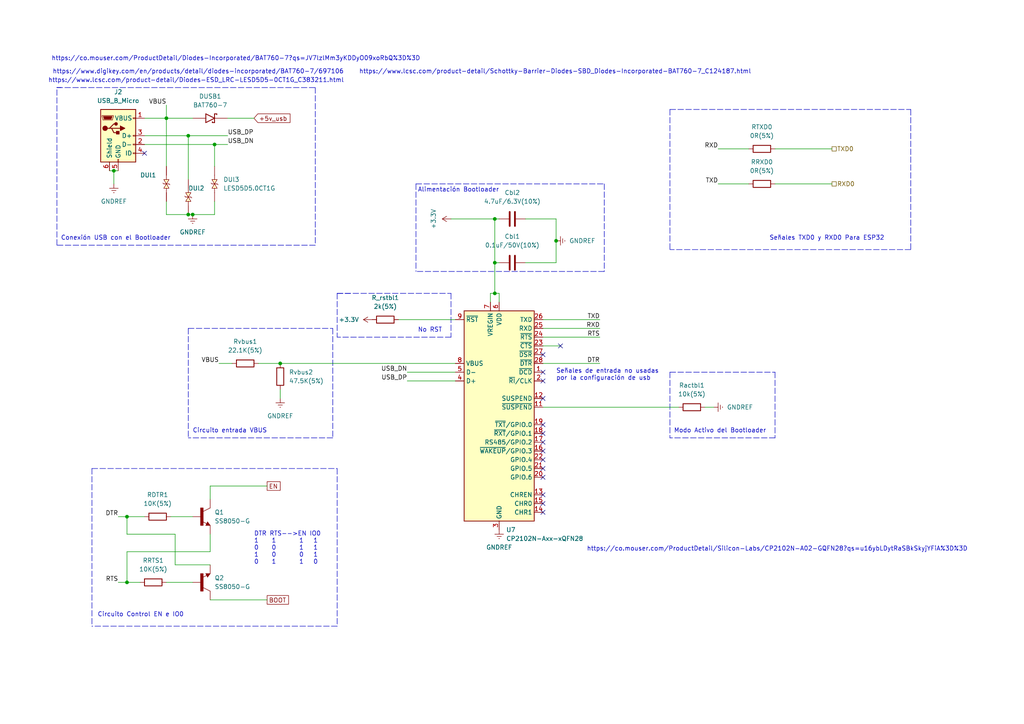
<source format=kicad_sch>
(kicad_sch (version 20211123) (generator eeschema)
  (paper "A4")
  (lib_symbols
    (symbol "BAT760-7:BAT760-7" (pin_numbers hide) (pin_names (offset 1.016) hide)
      (property "Reference" "D" (at -5.08 2.54 0))
      (property "Value" "BAT760-7" (at -5.08 -3.81 0))
      (symbol "BAT760-7_0_0"
        (polyline (pts (xy -2.54 0) (xy -1.27 0)) (stroke (width 0.1524)))
        (polyline (pts (xy -1.27 -1.27) (xy 1.27 0)) (stroke (width 0.254)))
        (polyline (pts (xy -1.27 0) (xy -1.27 -1.27)) (stroke (width 0.254)))
        (polyline (pts (xy -1.27 1.27) (xy -1.27 0)) (stroke (width 0.254)))
        (polyline (pts (xy 0.635 -1.016) (xy 0.635 -1.27)) (stroke (width 0.254)))
        (polyline (pts (xy 1.27 -1.27) (xy 0.635 -1.27)) (stroke (width 0.254)))
        (polyline (pts (xy 1.27 0) (xy -1.27 1.27)) (stroke (width 0.254)))
        (polyline (pts (xy 1.27 0) (xy 1.27 -1.27)) (stroke (width 0.254)))
        (polyline (pts (xy 1.27 1.27) (xy 1.27 0)) (stroke (width 0.254)))
        (polyline (pts (xy 1.905 1.27) (xy 1.27 1.27)) (stroke (width 0.254)))
        (polyline (pts (xy 1.905 1.27) (xy 1.905 1.016)) (stroke (width 0.254)))
        (polyline (pts (xy 2.54 0) (xy 1.27 0)) (stroke (width 0.1524)))
        (pin passive line (at -5.08 0 0) (length 2.54) (name "~") (number "A"))
        (pin passive line (at 5.08 0 180) (length 2.54) (name "~") (number "C"))
      )
    )
    (symbol "Connector:USB_B_Micro" (pin_names (offset 1.016))
      (property "Reference" "J" (at -5.08 11.43 0))
      (property "Value" "USB_B_Micro" (at -5.08 8.89 0))
      (symbol "USB_B_Micro_0_1"
        (rectangle (start -5.08 -7.62) (end 5.08 7.62) (stroke (width 0.254)) (fill (type background)))
        (circle (center -3.81 2.159) (radius 0.635) (stroke (width 0.254)) (fill (type outline)))
        (circle (center -0.635 3.429) (radius 0.381) (stroke (width 0.254)) (fill (type outline)))
        (rectangle (start -0.127 -7.62) (end 0.127 -6.858))
        (polyline (pts (xy -1.905 2.159) (xy 0.635 2.159)) (stroke (width 0.254)))
        (polyline (pts (xy -3.175 2.159) (xy -2.54 2.159) (xy -1.27 3.429) (xy -0.635 3.429)) (stroke (width 0.254)))
        (polyline (pts (xy -2.54 2.159) (xy -1.905 2.159) (xy -1.27 0.889) (xy 0 0.889)) (stroke (width 0.254)))
        (polyline (pts (xy 0.635 2.794) (xy 0.635 1.524) (xy 1.905 2.159) (xy 0.635 2.794)) (stroke (width 0.254)) (fill (type outline)))
        (polyline (pts (xy -4.318 5.588) (xy -1.778 5.588) (xy -2.032 4.826) (xy -4.064 4.826) (xy -4.318 5.588)) (fill (type outline)))
        (polyline (pts (xy -4.699 5.842) (xy -4.699 5.588) (xy -4.445 4.826) (xy -4.445 4.572) (xy -1.651 4.572) (xy -1.651 4.826) (xy -1.397 5.588) (xy -1.397 5.842) (xy -4.699 5.842)))
        (rectangle (start 0.254 1.27) (end -0.508 0.508) (stroke (width 0.254)) (fill (type outline)))
        (rectangle (start 5.08 -5.207) (end 4.318 -4.953))
        (rectangle (start 5.08 -2.667) (end 4.318 -2.413))
        (rectangle (start 5.08 -0.127) (end 4.318 0.127))
        (rectangle (start 5.08 4.953) (end 4.318 5.207))
      )
      (symbol "USB_B_Micro_1_1"
        (pin power_out line (at 7.62 5.08 180) (length 2.54) (name "VBUS") (number "1"))
        (pin bidirectional line (at 7.62 -2.54 180) (length 2.54) (name "D-") (number "2"))
        (pin bidirectional line (at 7.62 0 180) (length 2.54) (name "D+") (number "3"))
        (pin passive line (at 7.62 -5.08 180) (length 2.54) (name "ID") (number "4"))
        (pin power_out line (at 0 -10.16 90) (length 2.54) (name "GND") (number "5"))
        (pin passive line (at -2.54 -10.16 90) (length 2.54) (name "Shield") (number "6"))
      )
    )
    (symbol "Device:C" (pin_numbers hide) (pin_names (offset 0.254))
      (property "Reference" "C" (at 0.635 2.54 0))
      (property "Value" "C" (at 0.635 -2.54 0))
      (symbol "C_0_1"
        (polyline (pts (xy -2.032 -0.762) (xy 2.032 -0.762)) (stroke (width 0.508)))
        (polyline (pts (xy -2.032 0.762) (xy 2.032 0.762)) (stroke (width 0.508)))
      )
      (symbol "C_1_1"
        (pin passive line (at 0 3.81 270) (length 2.794) (name "~") (number "1"))
        (pin passive line (at 0 -3.81 90) (length 2.794) (name "~") (number "2"))
      )
    )
    (symbol "Device:R" (pin_numbers hide) (pin_names (offset 0))
      (property "Reference" "R" (at 2.032 0 90))
      (property "Value" "R" (at 0 0 90))
      (symbol "R_0_1"
        (rectangle (start -1.016 -2.54) (end 1.016 2.54) (stroke (width 0.254)))
      )
      (symbol "R_1_1"
        (pin passive line (at 0 3.81 270) (length 1.27) (name "~") (number "1"))
        (pin passive line (at 0 -3.81 90) (length 1.27) (name "~") (number "2"))
      )
    )
    (symbol "Interface_USB:CP2102N-Axx-xQFN28"
      (property "Reference" "U" (at -8.89 31.75 0))
      (property "Value" "CP2102N-Axx-xQFN28" (at 12.7 31.75 0))
      (symbol "CP2102N-Axx-xQFN28_0_1"
        (rectangle (start -10.16 30.48) (end 10.16 -30.48) (stroke (width 0.254)) (fill (type background)))
      )
      (symbol "CP2102N-Axx-xQFN28_1_1"
        (pin input line (at 12.7 12.7 180) (length 2.54) (name "~{DCD}") (number "1"))
        (pin no_connect line (at -10.16 -27.94 0) (length 2.54) hide (name "NC") (number "10"))
        (pin output line (at 12.7 2.54 180) (length 2.54) (name "~{SUSPEND}") (number "11"))
        (pin output line (at 12.7 5.08 180) (length 2.54) (name "SUSPEND") (number "12"))
        (pin output line (at 12.7 -22.86 180) (length 2.54) (name "CHREN") (number "13"))
        (pin output line (at 12.7 -27.94 180) (length 2.54) (name "CHR1") (number "14"))
        (pin output line (at 12.7 -25.4 180) (length 2.54) (name "CHR0") (number "15"))
        (pin bidirectional line (at 12.7 -10.16 180) (length 2.54) (name "~{WAKEUP}/GPIO.3") (number "16"))
        (pin bidirectional line (at 12.7 -7.62 180) (length 2.54) (name "RS485/GPIO.2") (number "17"))
        (pin bidirectional line (at 12.7 -5.08 180) (length 2.54) (name "~{RXT}/GPIO.1") (number "18"))
        (pin bidirectional line (at 12.7 -2.54 180) (length 2.54) (name "~{TXT}/GPIO.0") (number "19"))
        (pin bidirectional line (at 12.7 10.16 180) (length 2.54) (name "~{RI}/CLK") (number "2"))
        (pin bidirectional line (at 12.7 -17.78 180) (length 2.54) (name "GPIO.6") (number "20"))
        (pin bidirectional line (at 12.7 -15.24 180) (length 2.54) (name "GPIO.5") (number "21"))
        (pin bidirectional line (at 12.7 -12.7 180) (length 2.54) (name "GPIO.4") (number "22"))
        (pin input line (at 12.7 20.32 180) (length 2.54) (name "~{CTS}") (number "23"))
        (pin output line (at 12.7 22.86 180) (length 2.54) (name "~{RTS}") (number "24"))
        (pin input line (at 12.7 25.4 180) (length 2.54) (name "RXD") (number "25"))
        (pin output line (at 12.7 27.94 180) (length 2.54) (name "TXD") (number "26"))
        (pin input line (at 12.7 17.78 180) (length 2.54) (name "~{DSR}") (number "27"))
        (pin output line (at 12.7 15.24 180) (length 2.54) (name "~{DTR}") (number "28"))
        (pin passive line (at 0 -33.02 90) (length 2.54) hide (name "GND") (number "29"))
        (pin power_in line (at 0 -33.02 90) (length 2.54) (name "GND") (number "3"))
        (pin bidirectional line (at -12.7 10.16 0) (length 2.54) (name "D+") (number "4"))
        (pin bidirectional line (at -12.7 12.7 0) (length 2.54) (name "D-") (number "5"))
        (pin power_in line (at 0 33.02 270) (length 2.54) (name "VDD") (number "6"))
        (pin power_in line (at -2.54 33.02 270) (length 2.54) (name "VREGIN") (number "7"))
        (pin input line (at -12.7 15.24 0) (length 2.54) (name "VBUS") (number "8"))
        (pin input line (at -12.7 27.94 0) (length 2.54) (name "~{RST}") (number "9"))
      )
    )
    (symbol "LESD5D5.0CT1G:LESD5D5.0CT1G" (pin_numbers hide) (pin_names (offset 1.016) hide)
      (property "Reference" "D" (at -5.08 2.54 0))
      (property "Value" "LESD5D5.0CT1G" (at -5.08 -5.08 0))
      (symbol "LESD5D5.0CT1G_0_0"
        (polyline (pts (xy -1.27 0) (xy -2.54 0)) (stroke (width 0.1524)))
        (polyline (pts (xy 0 -0.762) (xy -0.254 -1.016)) (stroke (width 0.1524)))
        (polyline (pts (xy 0 -0.762) (xy 0 0.762)) (stroke (width 0.1524)))
        (polyline (pts (xy 0 0.762) (xy 0.254 1.016)) (stroke (width 0.1524)))
        (polyline (pts (xy 1.27 0) (xy 2.54 0)) (stroke (width 0.1524)))
        (polyline (pts (xy 0 0) (xy -1.27 -0.762) (xy -1.27 0.762) (xy 0 0)) (stroke (width 0.1524)) (fill (type background)))
        (polyline (pts (xy 0 0) (xy 1.27 0.762) (xy 1.27 -0.762) (xy 0 0)) (stroke (width 0.1524)) (fill (type background)))
        (pin passive line (at -5.08 0 0) (length 2.54) (name "~") (number "1"))
        (pin passive line (at 5.08 0 180) (length 2.54) (name "~") (number "2"))
      )
    )
    (symbol "SS8050-G:SS8050-G" (pin_numbers hide) (pin_names (offset 1.016) hide)
      (property "Reference" "Q" (at -10.16 7.62 0))
      (property "Value" "SS8050-G" (at -10.16 -7.62 0))
      (symbol "SS8050-G_0_0"
        (rectangle (start -0.254 -2.54) (end 0.508 2.54) (fill (type outline)))
        (polyline (pts (xy 1.27 -2.54) (xy 1.778 -1.524)) (stroke (width 0.1524)))
        (polyline (pts (xy 1.524 -2.413) (xy 2.286 -2.413)) (stroke (width 0.254)))
        (polyline (pts (xy 1.524 -2.286) (xy 1.905 -2.286)) (stroke (width 0.254)))
        (polyline (pts (xy 1.5494 -2.032) (xy 0.3048 -1.4224)) (stroke (width 0.1524)))
        (polyline (pts (xy 1.778 -1.778) (xy 1.524 -2.286)) (stroke (width 0.254)))
        (polyline (pts (xy 1.778 -1.524) (xy 2.54 -2.54)) (stroke (width 0.1524)))
        (polyline (pts (xy 1.905 -2.286) (xy 1.778 -2.032)) (stroke (width 0.254)))
        (polyline (pts (xy 2.286 -2.413) (xy 1.778 -1.778)) (stroke (width 0.254)))
        (polyline (pts (xy 2.54 -2.54) (xy 1.27 -2.54)) (stroke (width 0.1524)))
        (polyline (pts (xy 2.54 2.54) (xy 0.508 1.524)) (stroke (width 0.1524)))
        (pin passive line (at -2.54 0 0) (length 2.54) (name "~") (number "1"))
        (pin passive line (at 2.54 -5.08 90) (length 2.54) (name "~") (number "2"))
        (pin passive line (at 2.54 5.08 270) (length 2.54) (name "~") (number "3"))
      )
    )
    (symbol "power:+3.3V" (power) (pin_names (offset 0))
      (property "Value" "+3.3V" (at 0 3.556 0))
      (symbol "+3.3V_0_1"
        (polyline (pts (xy -0.762 1.27) (xy 0 2.54)))
        (polyline (pts (xy 0 0) (xy 0 2.54)))
        (polyline (pts (xy 0 2.54) (xy 0.762 1.27)))
      )
      (symbol "+3.3V_1_1"
        (pin power_in line (at 0 0 90) (length 0) hide (name "+3.3V") (number "1"))
      )
    )
    (symbol "power:GNDREF" (power) (pin_names (offset 0))
      (property "Value" "GNDREF" (at 0 -3.81 0))
      (symbol "GNDREF_0_1"
        (polyline (pts (xy -0.635 -1.905) (xy 0.635 -1.905)))
        (polyline (pts (xy -0.127 -2.54) (xy 0.127 -2.54)))
        (polyline (pts (xy 0 -1.27) (xy 0 0)))
        (polyline (pts (xy 1.27 -1.27) (xy -1.27 -1.27)))
      )
      (symbol "GNDREF_1_1"
        (pin power_in line (at 0 0 270) (length 0) hide (name "GNDREF") (number "1"))
      )
    )
  )
  (junction (at 54.61 39.37))
  (junction (at 62.23 41.91))
  (junction (at 48.26 34.29))
  (junction (at 55.88 62.23))
  (junction (at 54.61 62.23))
  (junction (at 143.51 85.09))
  (junction (at 81.28 105.41))
  (junction (at 36.83 149.86))
  (junction (at 143.51 63.5))
  (junction (at 161.29 69.85))
  (junction (at 36.83 168.91))
  (junction (at 143.51 76.2))
  (junction (at 33.02 49.53))
  (no_connect (at 157.48 115.57))
  (no_connect (at 41.91 44.45))
  (no_connect (at 157.48 110.49))
  (no_connect (at 157.48 107.95))
  (no_connect (at 162.56 100.33))
  (no_connect (at 157.48 148.59))
  (no_connect (at 157.48 138.43))
  (no_connect (at 157.48 143.51))
  (no_connect (at 157.48 146.05))
  (no_connect (at 157.48 135.89))
  (no_connect (at 157.48 102.87))
  (no_connect (at 157.48 125.73))
  (no_connect (at 157.48 123.19))
  (no_connect (at 157.48 130.81))
  (no_connect (at 157.48 133.35))
  (no_connect (at 157.48 128.27))
  (wire (pts (xy 74.93 105.41) (xy 81.28 105.41)))
  (wire (pts (xy 157.48 105.41) (xy 173.99 105.41)))
  (wire (pts (xy 41.91 41.91) (xy 62.23 41.91)))
  (polyline (pts (xy 91.44 25.4) (xy 91.44 71.12)))
  (polyline (pts (xy 175.26 53.34) (xy 175.26 78.74)))
  (wire (pts (xy 157.48 97.79) (xy 173.99 97.79)))
  (wire (pts (xy 54.61 39.37) (xy 66.04 39.37)))
  (wire (pts (xy 41.91 39.37) (xy 54.61 39.37)))
  (wire (pts (xy 48.26 30.48) (xy 48.26 34.29)))
  (wire (pts (xy 36.83 160.02) (xy 60.96 160.02)))
  (wire (pts (xy 208.28 43.18) (xy 217.17 43.18)))
  (wire (pts (xy 118.11 110.49) (xy 132.08 110.49)))
  (polyline (pts (xy 97.79 135.89) (xy 97.79 181.61)))
  (wire (pts (xy 60.96 144.78) (xy 60.96 140.97)))
  (wire (pts (xy 48.26 48.26) (xy 48.26 34.29)))
  (wire (pts (xy 33.02 49.53) (xy 34.29 49.53)))
  (wire (pts (xy 143.51 85.09) (xy 143.51 76.2)))
  (polyline (pts (xy 54.61 95.25) (xy 96.52 95.25)))
  (wire (pts (xy 161.29 63.5) (xy 152.4 63.5)))
  (polyline (pts (xy 194.31 31.75) (xy 264.16 31.75)))
  (wire (pts (xy 60.96 154.94) (xy 60.96 160.02)))
  (wire (pts (xy 157.48 118.11) (xy 196.85 118.11)))
  (wire (pts (xy 55.88 62.23) (xy 62.23 62.23)))
  (wire (pts (xy 31.75 49.53) (xy 33.02 49.53)))
  (wire (pts (xy 157.48 100.33) (xy 162.56 100.33)))
  (wire (pts (xy 81.28 105.41) (xy 132.08 105.41)))
  (wire (pts (xy 54.61 62.23) (xy 48.26 62.23)))
  (wire (pts (xy 36.83 168.91) (xy 36.83 160.02)))
  (wire (pts (xy 34.29 168.91) (xy 36.83 168.91)))
  (wire (pts (xy 49.53 149.86) (xy 55.88 149.86)))
  (wire (pts (xy 41.91 34.29) (xy 48.26 34.29)))
  (wire (pts (xy 66.04 34.29) (xy 73.66 34.29)))
  (wire (pts (xy 157.48 92.71) (xy 173.99 92.71)))
  (polyline (pts (xy 97.79 181.61) (xy 26.67 181.61)))
  (wire (pts (xy 36.83 149.86) (xy 34.29 149.86)))
  (wire (pts (xy 144.78 85.09) (xy 144.78 87.63)))
  (wire (pts (xy 115.57 92.71) (xy 132.08 92.71)))
  (wire (pts (xy 50.8 163.83) (xy 50.8 154.94)))
  (polyline (pts (xy 264.16 72.39) (xy 194.31 72.39)))
  (polyline (pts (xy 97.79 85.09) (xy 97.79 97.79)))
  (wire (pts (xy 143.51 63.5) (xy 144.78 63.5)))
  (wire (pts (xy 143.51 76.2) (xy 144.78 76.2)))
  (polyline (pts (xy 130.81 97.79) (xy 97.79 97.79)))
  (polyline (pts (xy 175.26 78.74) (xy 120.65 78.74)))
  (wire (pts (xy 224.79 43.18) (xy 241.3 43.18)))
  (polyline (pts (xy 194.31 107.95) (xy 194.31 127)))
  (polyline (pts (xy 224.79 107.95) (xy 224.79 127)))
  (wire (pts (xy 60.96 163.83) (xy 50.8 163.83)))
  (wire (pts (xy 142.24 85.09) (xy 143.51 85.09)))
  (wire (pts (xy 143.51 85.09) (xy 144.78 85.09)))
  (wire (pts (xy 130.81 63.5) (xy 143.51 63.5)))
  (polyline (pts (xy 264.16 31.75) (xy 264.16 72.39)))
  (polyline (pts (xy 97.79 85.09) (xy 101.6 85.09)))
  (wire (pts (xy 60.96 173.99) (xy 77.47 173.99)))
  (polyline (pts (xy 26.67 135.89) (xy 26.67 181.61)))
  (wire (pts (xy 54.61 39.37) (xy 54.61 52.07)))
  (wire (pts (xy 48.26 62.23) (xy 48.26 58.42)))
  (polyline (pts (xy 96.52 127) (xy 54.61 127)))
  (polyline (pts (xy 194.31 107.95) (xy 224.79 107.95)))
  (polyline (pts (xy 120.65 53.34) (xy 175.26 53.34)))
  (polyline (pts (xy 120.65 53.34) (xy 120.65 78.74)))
  (wire (pts (xy 48.26 34.29) (xy 55.88 34.29)))
  (wire (pts (xy 152.4 76.2) (xy 161.29 76.2)))
  (wire (pts (xy 36.83 154.94) (xy 36.83 149.86)))
  (wire (pts (xy 62.23 41.91) (xy 66.04 41.91)))
  (polyline (pts (xy 16.51 71.12) (xy 16.51 25.4)))
  (wire (pts (xy 62.23 58.42) (xy 62.23 62.23)))
  (wire (pts (xy 36.83 168.91) (xy 40.64 168.91)))
  (polyline (pts (xy 26.67 135.89) (xy 97.79 135.89)))
  (wire (pts (xy 118.11 107.95) (xy 132.08 107.95)))
  (polyline (pts (xy 130.81 85.09) (xy 130.81 97.79)))
  (wire (pts (xy 48.26 168.91) (xy 55.88 168.91)))
  (wire (pts (xy 55.88 62.23) (xy 54.61 62.23)))
  (polyline (pts (xy 91.44 71.12) (xy 16.51 71.12)))
  (wire (pts (xy 50.8 154.94) (xy 36.83 154.94)))
  (polyline (pts (xy 16.51 25.4) (xy 91.44 25.4)))
  (polyline (pts (xy 16.51 25.4) (xy 17.78 25.4)))
  (wire (pts (xy 33.02 53.34) (xy 33.02 49.53)))
  (wire (pts (xy 161.29 69.85) (xy 161.29 63.5)))
  (wire (pts (xy 204.47 118.11) (xy 207.01 118.11)))
  (polyline (pts (xy 224.79 127) (xy 194.31 127)))
  (wire (pts (xy 161.29 76.2) (xy 161.29 69.85)))
  (wire (pts (xy 36.83 149.86) (xy 41.91 149.86)))
  (wire (pts (xy 208.28 53.34) (xy 217.17 53.34)))
  (wire (pts (xy 60.96 140.97) (xy 77.47 140.97)))
  (polyline (pts (xy 194.31 31.75) (xy 194.31 72.39)))
  (polyline (pts (xy 54.61 95.25) (xy 54.61 127)))
  (wire (pts (xy 157.48 95.25) (xy 173.99 95.25)))
  (wire (pts (xy 63.5 105.41) (xy 67.31 105.41)))
  (wire (pts (xy 142.24 87.63) (xy 142.24 85.09)))
  (wire (pts (xy 81.28 113.03) (xy 81.28 115.57)))
  (polyline (pts (xy 96.52 95.25) (xy 96.52 127)))
  (wire (pts (xy 224.79 53.34) (xy 241.3 53.34)))
  (wire (pts (xy 62.23 41.91) (xy 62.23 48.26)))
  (polyline (pts (xy 97.79 85.09) (xy 130.81 85.09)))
  (wire (pts (xy 143.51 76.2) (xy 143.51 63.5)))
  (text "Señales TXD0 y RXD0 Para ESP32\n" (at 256.54 69.85 180) (effects (font (size 1.27 1.27)) (justify right bottom)))
  (text "https://www.lcsc.com/product-detail/Diodes-ESD_LRC-LESD5D5-0CT1G_C383211.html" (at 13.97 24.13 0) (effects (font (size 1.27 1.27)) (justify left bottom)))
  (text "Señales de entrada no usadas\npor la configuración de usb\n" (at 161.29 110.49 0) (effects (font (size 1.27 1.27)) (justify left bottom)))
  (text "https://www.lcsc.com/product-detail/Schottky-Barrier-Diodes-SBD_Diodes-Incorporated-BAT760-7_C124187.html" (at 104.14 21.59 0) (effects (font (size 1.27 1.27)) (justify left bottom)))
  (text "Modo Activo del Bootloader\n" (at 222.25 125.73 180) (effects (font (size 1.27 1.27)) (justify right bottom)))
  (text "Alimentación Bootloader\n" (at 144.78 55.88 180) (effects (font (size 1.27 1.27)) (justify right bottom)))
  (text "https://co.mouser.com/ProductDetail/Silicon-Labs/CP2102N-A02-GQFN28?qs=u16ybLDytRaSBkSkyjYFiA%3D%3D\n" (at 170.18 160.02 0) (effects (font (size 1.27 1.27)) (justify left bottom)))
  (text "https://co.mouser.com/ProductDetail/Diodes-Incorporated/BAT760-7?qs=JV7lzlMm3yKDDyO09xoRbQ%3D%3D" (at 121.92 17.78 0) (effects (font (size 1.27 1.27)) (justify right bottom)))
  (text "https://www.digikey.com/en/products/detail/diodes-incorporated/BAT760-7/697106" (at 15.24 21.59 0) (effects (font (size 1.27 1.27)) (justify left bottom)))
  (text "No RST\n" (at 128.27 96.52 180) (effects (font (size 1.27 1.27)) (justify right bottom)))
  (text "\nDTR RTS-->EN IO0\n1    1       1   1\n0    0       1   1\n1    0       0   1\n0    1       1   0" (at 73.66 163.83 0) (effects (font (size 1.27 1.27)) (justify left bottom)))
  (text "Circuito entrada VBUS\n" (at 77.47 125.73 180) (effects (font (size 1.27 1.27)) (justify right bottom)))
  (text "Conexión USB con el Bootloader\n" (at 49.53 69.85 180) (effects (font (size 1.27 1.27)) (justify right bottom)))
  (text "Circuito Control EN e IO0\n" (at 53.34 179.07 180) (effects (font (size 1.27 1.27)) (justify right bottom)))
  (label "DTR" (at 173.99 105.41 180))
  (label "RXD" (at 208.28 43.18 180))
  (label "DTR" (at 34.29 149.86 180))
  (label "RTS" (at 173.99 97.79 180))
  (label "VBUS" (at 48.26 30.48 180))
  (label "TXD" (at 208.28 53.34 180))
  (label "TXD" (at 173.99 92.71 180))
  (label "VBUS" (at 63.5 105.41 180))
  (label "USB_DN" (at 66.04 41.91 0))
  (label "USB_DP" (at 118.11 110.49 180))
  (label "USB_DN" (at 118.11 107.95 180))
  (label "USB_DP" (at 66.04 39.37 0))
  (label "RTS" (at 34.29 168.91 180))
  (label "RXD" (at 173.99 95.25 180))
  (global_label "+5v_usb" (shape input) (at 73.66 34.29 0) (property "Intersheet References" "${INTERSHEET_REFS}" (effects hide)))
  (global_label "EN" (shape passive) (at 77.47 140.97 0) (property "Intersheet References" "${INTERSHEET_REFS}" (effects hide)))
  (global_label "BOOT" (shape passive) (at 77.47 173.99 0) (property "Intersheet References" "${INTERSHEET_REFS}" (effects hide)))
  (hierarchical_label "RXD0" (shape passive) (at 241.3 53.34 0))
  (hierarchical_label "TXD0" (shape passive) (at 241.3 43.18 0))
  (symbol (lib_id "Device:R") (at 44.45 168.91 90) (unit 1)
    (property "Reference" "RRTS1" (at 44.45 162.56 90))
    (property "Value" "10K(5%)" (at 44.45 165.1 90))
    (property "Footprint" "Resistor_SMD:R_0805_2012Metric_Pad1.20x1.40mm_HandSolder" (effects hide))
  )
  (symbol (lib_id "Device:R") (at 200.66 118.11 90) (unit 1)
    (property "Reference" "Ractbl1" (at 200.66 111.76 90))
    (property "Value" "10k(5%)" (at 200.66 114.3 90))
    (property "Footprint" "Resistor_SMD:R_0805_2012Metric_Pad1.20x1.40mm_HandSolder" (effects hide))
  )
  (symbol (lib_id "Connector:USB_B_Micro") (at 34.29 39.37 0) (unit 1)
    (property "Reference" "J2" (at 34.29 26.67 0))
    (property "Value" "USB_B_Micro" (at 34.29 29.21 0))
    (property "Footprint" "Connector_USB:USB_Micro-B_Wuerth_629105150521" (effects hide))
  )
  (symbol (lib_id "Device:R") (at 71.12 105.41 90) (unit 1)
    (property "Reference" "Rvbus1" (at 71.12 99.06 90))
    (property "Value" "22.1K(5%)" (at 71.12 101.6 90))
    (property "Footprint" "Resistor_SMD:R_0805_2012Metric_Pad1.20x1.40mm_HandSolder" (effects hide))
  )
  (symbol (lib_id "power:GNDREF") (at 81.28 115.57 0) (unit 1)
    (property "Reference" "#PWR0130" (effects hide))
    (property "Value" "GNDREF" (at 81.28 120.65 0))
  )
  (symbol (lib_id "SS8050-G:SS8050-G") (at 58.42 149.86 0) (unit 1)
    (property "Reference" "Q1" (at 62.23 148.5899 0) (effects (justify left)))
    (property "Value" "SS8050-G" (at 62.23 151.1299 0) (effects (justify left)))
    (property "Footprint" "SS8050-G:TRANS_SS8050-G" (effects hide))
    (property "PARTREV" "A" (effects hide))
    (property "STANDARD" "Manufacturer Recommendations" (effects hide))
    (property "MAXIMUM_PACKAGE_HEIGHT" "1.05 mm" (effects hide))
    (property "MANUFACTURER" "Comchip" (effects hide))
  )
  (symbol (lib_id "LESD5D5.0CT1G:LESD5D5.0CT1G") (at 62.23 53.34 90) (unit 1)
    (property "Reference" "DUl3" (at 64.77 52.0699 90) (effects (justify right)))
    (property "Value" "LESD5D5.0CT1G" (at 64.77 54.6099 90) (effects (justify right)))
    (property "Footprint" "LESD5D5:TVS_LESD5D5.0CT1G" (effects hide))
    (property "MANUFACTURER" "LRC" (effects hide))
    (property "MAXIMUM_PACKAGE_HEIGHT" "0.7 mm" (effects hide))
    (property "STANDARD" "Manufacturer Recommendations" (effects hide))
    (property "PARTREV" "O" (effects hide))
  )
  (symbol (lib_id "power:+3.3V") (at 107.95 92.71 90) (unit 1)
    (property "Reference" "#PWR0134" (effects hide))
    (property "Value" "+3.3V" (at 104.14 92.7099 90) (effects (justify left)))
  )
  (symbol (lib_id "power:GNDREF") (at 207.01 118.11 90) (unit 1)
    (property "Reference" "#PWR0135" (effects hide))
    (property "Value" "GNDREF" (at 210.82 118.1099 90) (effects (justify right)))
  )
  (symbol (lib_id "power:+3.3V") (at 130.81 63.5 90) (unit 1)
    (property "Reference" "#PWR0133" (effects hide))
    (property "Value" "+3.3V" (at 125.73 63.5 0))
  )
  (symbol (lib_id "SS8050-G:SS8050-G") (at 58.42 168.91 0) (mirror x) (unit 1)
    (property "Reference" "Q2" (at 62.23 167.6399 0) (effects (justify left)))
    (property "Value" "SS8050-G" (at 62.23 170.1799 0) (effects (justify left)))
    (property "Footprint" "SS8050-G:TRANS_SS8050-G" (effects hide))
    (property "PARTREV" "A" (effects hide))
    (property "STANDARD" "Manufacturer Recommendations" (effects hide))
    (property "MAXIMUM_PACKAGE_HEIGHT" "1.05 mm" (effects hide))
    (property "MANUFACTURER" "Comchip" (effects hide))
  )
  (symbol (lib_id "Device:R") (at 220.98 43.18 90) (unit 1)
    (property "Reference" "RTXD0" (at 220.98 36.83 90))
    (property "Value" "0R(5%)" (at 220.98 39.37 90))
    (property "Footprint" "Resistor_SMD:R_0805_2012Metric_Pad1.20x1.40mm_HandSolder" (effects hide))
  )
  (symbol (lib_id "power:GNDREF") (at 55.88 62.23 0) (unit 1)
    (property "Reference" "#PWR0137" (effects hide))
    (property "Value" "GNDREF" (at 55.88 67.31 0))
  )
  (symbol (lib_id "Device:C") (at 148.59 76.2 90) (unit 1)
    (property "Reference" "Cbl1" (at 148.59 68.58 90))
    (property "Value" "0.1uF/50V(10%)" (at 148.59 71.12 90))
    (property "Footprint" "Capacitor_SMD:C_0805_2012Metric_Pad1.18x1.45mm_HandSolder" (effects hide))
  )
  (symbol (lib_id "Device:C") (at 148.59 63.5 270) (unit 1)
    (property "Reference" "Cbl2" (at 148.59 55.88 90))
    (property "Value" "4.7uF/6.3V(10%)" (at 148.59 58.42 90))
    (property "Footprint" "Capacitor_SMD:C_0805_2012Metric_Pad1.18x1.45mm_HandSolder" (effects hide))
  )
  (symbol (lib_id "power:GNDREF") (at 144.78 153.67 0) (unit 1)
    (property "Reference" "#PWR0131" (effects hide))
    (property "Value" "GNDREF" (at 144.78 158.75 0))
  )
  (symbol (lib_id "Device:R") (at 81.28 109.22 0) (unit 1)
    (property "Reference" "Rvbus2" (at 83.82 107.9499 0) (effects (justify left)))
    (property "Value" "47.5K(5%)" (at 83.82 110.4899 0) (effects (justify left)))
    (property "Footprint" "Resistor_SMD:R_0805_2012Metric_Pad1.20x1.40mm_HandSolder" (effects hide))
  )
  (symbol (lib_id "Device:R") (at 220.98 53.34 90) (unit 1)
    (property "Reference" "RRXD0" (at 220.98 46.99 90))
    (property "Value" "0R(5%)" (at 220.98 49.53 90))
    (property "Footprint" "Resistor_SMD:R_0805_2012Metric_Pad1.20x1.40mm_HandSolder" (effects hide))
  )
  (symbol (lib_id "Device:R") (at 111.76 92.71 90) (unit 1)
    (property "Reference" "R_rstbl1" (at 111.76 86.36 90))
    (property "Value" "2k(5%)" (at 111.76 88.9 90))
    (property "Footprint" "Resistor_SMD:R_0805_2012Metric_Pad1.20x1.40mm_HandSolder" (effects hide))
  )
  (symbol (lib_id "Device:R") (at 45.72 149.86 90) (unit 1)
    (property "Reference" "RDTR1" (at 45.72 143.51 90))
    (property "Value" "10K(5%)" (at 45.72 146.05 90))
    (property "Footprint" "Resistor_SMD:R_0805_2012Metric_Pad1.20x1.40mm_HandSolder" (effects hide))
  )
  (symbol (lib_id "power:GNDREF") (at 33.02 53.34 0) (unit 1)
    (property "Reference" "#PWR0136" (effects hide))
    (property "Value" "GNDREF" (at 33.02 58.42 0))
  )
  (symbol (lib_id "LESD5D5.0CT1G:LESD5D5.0CT1G") (at 54.61 57.15 90) (unit 1)
    (property "Reference" "DUl2" (at 54.61 54.61 90) (effects (justify right)))
    (property "Value" "LESD5D5.0CT1G" (effects hide))
    (property "Footprint" "LESD5D5:TVS_LESD5D5.0CT1G" (effects hide))
    (property "MANUFACTURER" "LRC" (effects hide))
    (property "MAXIMUM_PACKAGE_HEIGHT" "0.7 mm" (effects hide))
    (property "STANDARD" "Manufacturer Recommendations" (effects hide))
    (property "PARTREV" "O" (effects hide))
  )
  (symbol (lib_id "Interface_USB:CP2102N-Axx-xQFN28") (at 144.78 120.65 0) (unit 1)
    (property "Reference" "U7" (at 146.7994 153.67 0) (effects (justify left)))
    (property "Value" "CP2102N-Axx-xQFN28" (at 146.7994 156.21 0) (effects (justify left)))
    (property "Footprint" "Package_DFN_QFN:QFN-28-1EP_5x5mm_P0.5mm_EP3.35x3.35mm" (effects hide))
    (property "Datasheet" "https://www.silabs.com/documents/public/data-sheets/cp2102n-datasheet.pdf" (effects hide))
  )
  (symbol (lib_id "BAT760-7:BAT760-7") (at 60.96 34.29 0) (unit 1)
    (property "Reference" "DUSB1" (at 60.96 27.94 0))
    (property "Value" "BAT760-7" (at 60.96 30.48 0))
    (property "Footprint" "SOD2513X120N" (effects hide))
    (property "MAXIMUM_PACKAGE_HEIGHT" "1.20mm" (effects hide))
    (property "STANDARD" "IPC-7351B" (effects hide))
    (property "PARTREV" "9-2" (effects hide))
    (property "MANUFACTURER" "DIODES" (effects hide))
  )
  (symbol (lib_id "power:GNDREF") (at 161.29 69.85 90) (unit 1)
    (property "Reference" "#PWR0132" (effects hide))
    (property "Value" "GNDREF" (at 165.1 69.8499 90) (effects (justify right)))
  )
  (symbol (lib_id "LESD5D5.0CT1G:LESD5D5.0CT1G") (at 48.26 53.34 90) (unit 1)
    (property "Reference" "DUl1" (at 40.64 50.8 90) (effects (justify right)))
    (property "Value" "LESD5D5.0CT1G" (effects hide))
    (property "Footprint" "LESD5D5:TVS_LESD5D5.0CT1G" (effects hide))
    (property "MANUFACTURER" "LRC" (effects hide))
    (property "MAXIMUM_PACKAGE_HEIGHT" "0.7 mm" (effects hide))
    (property "STANDARD" "Manufacturer Recommendations" (effects hide))
    (property "PARTREV" "O" (effects hide))
  )
)
</source>
